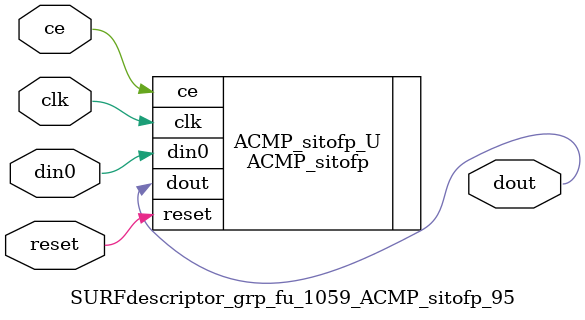
<source format=v>

`timescale 1 ns / 1 ps
module SURFdescriptor_grp_fu_1059_ACMP_sitofp_95(
    clk,
    reset,
    ce,
    din0,
    dout);

parameter ID = 32'd1;
parameter NUM_STAGE = 32'd1;
parameter din0_WIDTH = 32'd1;
parameter dout_WIDTH = 32'd1;
input clk;
input reset;
input ce;
input[din0_WIDTH - 1:0] din0;
output[dout_WIDTH - 1:0] dout;



ACMP_sitofp #(
.ID( ID ),
.NUM_STAGE( 4 ),
.din0_WIDTH( din0_WIDTH ),
.dout_WIDTH( dout_WIDTH ))
ACMP_sitofp_U(
    .clk( clk ),
    .reset( reset ),
    .ce( ce ),
    .din0( din0 ),
    .dout( dout ));

endmodule

</source>
